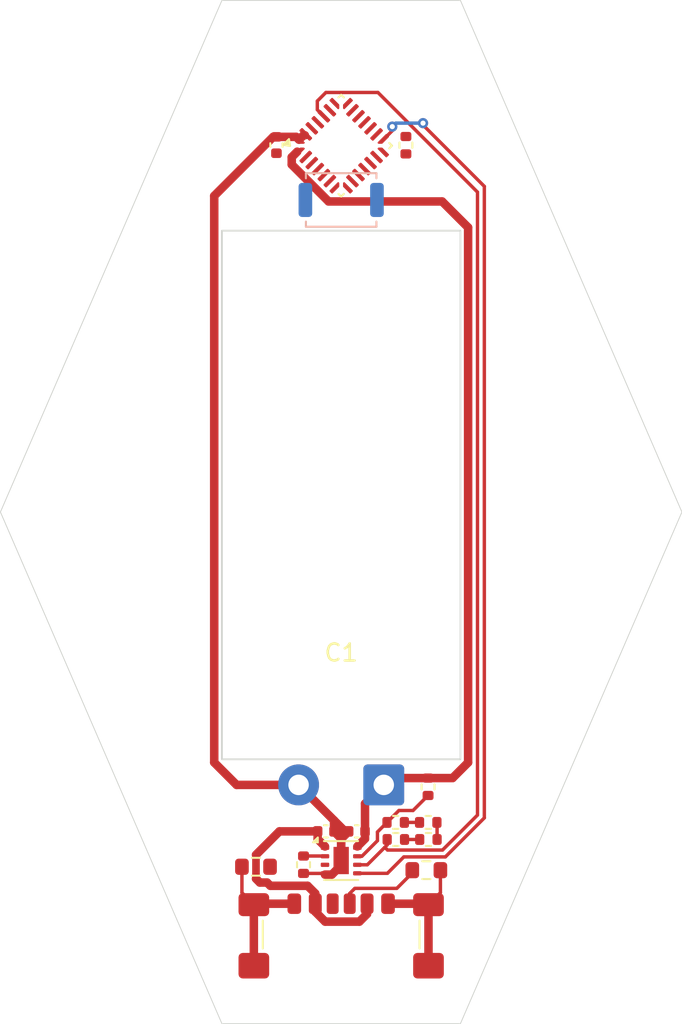
<source format=kicad_pcb>
(kicad_pcb (version 20241229) (generator "pcbnew") (generator_version "9.0")
  (layers (0 "F.Cu" signal) (2 "B.Cu" signal) (13 "F.Paste" user) (15 "B.Paste" user) (5 "F.SilkS" user "F.Silkscreen") (7 "B.SilkS" user "B.Silkscreen") (1 "F.Mask" user) (3 "B.Mask" user) (25 "Edge.Cuts" user))
  (net 0 "")
  (net 1 "GND")
  (net 2 "VCC")
  (net 3 "Net-(J2-CC1)")
  (net 4 "VBUS")
  (net 5 "Net-(J2-CC2)")
  (net 6 "ISET")
  (net 7 "FB")
  (net 8 "Net-(R5-Pad2)")
  (net 9 "Net-(R6-Pad2)")
  (net 10 "Net-(R7-Pad2)")
  (net 11 "PG")
  (net 12 "STAT")
  (net 13 "Net-(U2-PB7)")
  (net 15 "A4")
  (net 17 "A10")
  (net 18 "A8")
  (net 19 "A9")
  (net 20 "A5")
  (net 21 "A2")
  (net 22 "A1")
  (net 23 "A7")
  (net 25 "SWCLK")
  (net 26 "A3")
  (net 27 "NRST")
  (net 28 "SWDIO")
  (net 29 "A6")
  (net 30 "A12")
  (net 32 "A11")
  (footprint "Package_DFN_QFN:QFN-28_4x4mm_P0.5mm" (layer "F.Cu") (at 0 -21.4825 45)
    (property "Reference" "U2" (hide yes))
    (property "Value" "STM32L031G6Ux" (hide yes))
    (fp_line (start 1.885 -2.11) (end 2.11 -2.11) (stroke (width 0.12)) (layer "F.SilkS"))
    (fp_line (start 2.11 -2.11) (end 2.11 -1.885) (stroke (width 0.12)) (layer "F.SilkS"))
    (fp_line (start -2.11 2.11) (end -2.11 1.885) (stroke (width 0.12)) (layer "F.SilkS"))
    (fp_line (start -1.885 2.11) (end -2.11 2.11) (stroke (width 0.12)) (layer "F.SilkS"))
    (fp_line (start 1.885 2.11) (end 2.11 2.11) (stroke (width 0.12)) (layer "F.SilkS"))
    (fp_line (start 2.11 2.11) (end 2.11 1.885) (stroke (width 0.12)) (layer "F.SilkS"))
    (fp_poly (pts (xy -2.13 -2.11) (xy -2.370001 -2.44) (xy -1.89 -2.44)) (stroke (width 0.12)) (fill yes) (layer "F.SilkS"))
    (pad "1" smd custom (at -1.9975 -1.5 45) (size 0.136863 0.136863) (layers "F.Cu" "F.Mask" "F.Paste") (net 2 "VCC") (options (clearance outline) (anchor circle)) (primitives (gr_poly (pts (xy -0.3325 -0.08) (xy 0.19886 -0.08) (xy 0.3325 0.05364) (xy 0.3325 0.08) (xy -0.3325 0.08)) (width 0.09) (fill yes))))
    (pad "2" smd roundrect (at -1.9375 -1 45) (size 0.875 0.25) (layers "F.Cu" "F.Mask" "F.Paste"))
    (pad "3" smd roundrect (at -1.9375 -0.5 45) (size 0.875 0.25) (layers "F.Cu" "F.Mask" "F.Paste"))
    (pad "4" smd roundrect (at -1.937499 0 45) (size 0.875 0.25) (layers "F.Cu" "F.Mask" "F.Paste") (net 27 "NRST"))
    (pad "5" smd roundrect (at -1.9375 0.5 45) (size 0.875 0.25) (layers "F.Cu" "F.Mask" "F.Paste") (net 2 "VCC"))
    (pad "6" smd roundrect (at -1.9375 1 45) (size 0.875 0.25) (layers "F.Cu" "F.Mask" "F.Paste") (net 30 "A12"))
    (pad "7" smd custom (at -1.9975 1.5 45) (size 0.136863 0.136863) (layers "F.Cu" "F.Mask" "F.Paste") (net 32 "A11") (options (clearance outline) (anchor circle)) (primitives (gr_poly (pts (xy -0.3325 -0.08) (xy 0.3325 -0.08) (xy 0.3325 -0.05364) (xy 0.19886 0.08) (xy -0.3325 0.08)) (width 0.09) (fill yes))))
    (pad "8" smd custom (at -1.5 1.9975 45) (size 0.136863 0.136863) (layers "F.Cu" "F.Mask" "F.Paste") (net 17 "A10") (options (clearance outline) (anchor circle)) (primitives (gr_poly (pts (xy -0.08 -0.19886) (xy 0.05364 -0.3325) (xy 0.08 -0.3325) (xy 0.08 0.3325) (xy -0.08 0.3325)) (width 0.09) (fill yes))))
    (pad "9" smd roundrect (at -1 1.9375 45) (size 0.25 0.875) (layers "F.Cu" "F.Mask" "F.Paste") (net 19 "A9"))
    (pad "10" smd roundrect (at -0.5 1.9375 45) (size 0.25 0.875) (layers "F.Cu" "F.Mask" "F.Paste") (net 18 "A8"))
    (pad "11" smd roundrect (at 0 1.937499 45) (size 0.25 0.875) (layers "F.Cu" "F.Mask" "F.Paste") (net 23 "A7"))
    (pad "12" smd roundrect (at 0.5 1.9375 45) (size 0.25 0.875) (layers "F.Cu" "F.Mask" "F.Paste") (net 29 "A6"))
    (pad "13" smd roundrect (at 1 1.9375 45) (size 0.25 0.875) (layers "F.Cu" "F.Mask" "F.Paste") (net 20 "A5"))
    (pad "14" smd custom (at 1.5 1.9975 45) (size 0.136863 0.136863) (layers "F.Cu" "F.Mask" "F.Paste") (options (clearance outline) (anchor circle)) (primitives (gr_poly (pts (xy -0.08 -0.3325) (xy -0.05364 -0.3325) (xy 0.08 -0.19886) (xy 0.08 0.3325) (xy -0.08 0.3325)) (width 0.09) (fill yes))))
    (pad "15" smd custom (at 1.9975 1.5 45) (size 0.136863 0.136863) (layers "F.Cu" "F.Mask" "F.Paste") (net 12 "STAT") (options (clearance outline) (anchor circle)) (primitives (gr_poly (pts (xy -0.3325 -0.08) (xy 0.3325 -0.08) (xy 0.3325 0.08) (xy -0.19886 0.08) (xy -0.3325 -0.05364)) (width 0.09) (fill yes))))
    (pad "16" smd roundrect (at 1.9375 1 45) (size 0.875 0.25) (layers "F.Cu" "F.Mask" "F.Paste") (net 1 "GND"))
    (pad "17" smd roundrect (at 1.9375 0.5 45) (size 0.875 0.25) (layers "F.Cu" "F.Mask" "F.Paste") (net 2 "VCC"))
    (pad "18" smd roundrect (at 1.937499 0 45) (size 0.875 0.25) (layers "F.Cu" "F.Mask" "F.Paste") (net 15 "A4"))
    (pad "19" smd roundrect (at 1.9375 -0.5 45) (size 0.875 0.25) (layers "F.Cu" "F.Mask" "F.Paste") (net 26 "A3"))
    (pad "20" smd roundrect (at 1.9375 -1 45) (size 0.875 0.25) (layers "F.Cu" "F.Mask" "F.Paste") (net 21 "A2"))
    (pad "21" smd custom (at 1.9975 -1.5 45) (size 0.136863 0.136863) (layers "F.Cu" "F.Mask" "F.Paste") (net 28 "SWDIO") (options (clearance outline) (anchor circle)) (primitives (gr_poly (pts (xy -0.3325 0.05364) (xy -0.19886 -0.08) (xy 0.3325 -0.08) (xy 0.3325 0.08) (xy -0.3325 0.08)) (width 0.09) (fill yes))))
    (pad "22" smd custom (at 1.5 -1.9975 45) (size 0.136863 0.136863) (layers "F.Cu" "F.Mask" "F.Paste") (net 25 "SWCLK") (options (clearance outline) (anchor circle)) (primitives (gr_poly (pts (xy -0.08 -0.3325) (xy 0.08 -0.3325) (xy 0.08 0.19886) (xy -0.05364 0.3325) (xy -0.08 0.3325)) (width 0.09) (fill yes))))
    (pad "23" smd roundrect (at 1 -1.9375 45) (size 0.25 0.875) (layers "F.Cu" "F.Mask" "F.Paste") (net 22 "A1"))
    (pad "24" smd roundrect (at 0.5 -1.9375 45) (size 0.25 0.875) (layers "F.Cu" "F.Mask" "F.Paste") (net 11 "PG"))
    (pad "25" smd roundrect (at 0 -1.937499 45) (size 0.25 0.875) (layers "F.Cu" "F.Mask" "F.Paste") (net 27 "NRST"))
    (pad "26" smd roundrect (at -0.5 -1.9375 45) (size 0.25 0.875) (layers "F.Cu" "F.Mask" "F.Paste") (net 13 "Net-(U2-PB7)"))
    (pad "27" smd roundrect (at -1 -1.9375 45) (size 0.25 0.875) (layers "F.Cu" "F.Mask" "F.Paste") (net 1 "GND"))
    (pad "28" smd custom (at -1.5 -1.9975 45) (size 0.136863 0.136863) (layers "F.Cu" "F.Mask" "F.Paste") (net 1 "GND") (options (clearance outline) (anchor circle)) (primitives (gr_poly (pts (xy -0.08 -0.3325) (xy 0.08 -0.3325) (xy 0.08 0.3325) (xy 0.05364 0.3325) (xy -0.08 0.19886)) (width 0.09) (fill yes))))
  )
  (footprint "Package_SON:WSON-8-1EP_2x2mm_P0.5mm_EP0.9x1.6mm" (layer "F.Cu") (at 0 20.435)
    (property "Reference" "U1" (hide yes))
    (property "Value" "BQ25173DSG" (hide yes))
    (fp_line (start -1.01 -1.14) (end 0.99 -1.14) (stroke (width 0.12)) (layer "F.SilkS"))
    (fp_line (start -1 1.14) (end 1 1.14) (stroke (width 0.12)) (layer "F.SilkS"))
    (fp_poly (pts (xy -1.37 -1.07) (xy -1.65 -1.07) (xy -1.37 -1.35) (xy -1.37 -1.07)) (stroke (width 0.12)) (fill yes) (layer "F.SilkS"))
    (pad "1" smd roundrect (at -0.95 -0.75) (size 0.5 0.25) (layers "F.Cu" "F.Mask" "F.Paste") (net 4 "VBUS"))
    (pad "2" smd roundrect (at -0.95 -0.25) (size 0.5 0.25) (layers "F.Cu" "F.Mask" "F.Paste") (net 6 "ISET"))
    (pad "3" smd roundrect (at -0.95 0.25) (size 0.5 0.25) (layers "F.Cu" "F.Mask" "F.Paste"))
    (pad "4" smd roundrect (at -0.95 0.75) (size 0.5 0.25) (layers "F.Cu" "F.Mask" "F.Paste") (net 1 "GND"))
    (pad "5" smd roundrect (at 0.95 0.75) (size 0.5 0.25) (layers "F.Cu" "F.Mask" "F.Paste") (net 12 "STAT"))
    (pad "6" smd roundrect (at 0.95 0.25) (size 0.5 0.25) (layers "F.Cu" "F.Mask" "F.Paste") (net 11 "PG"))
    (pad "7" smd roundrect (at 0.95 -0.25) (size 0.5 0.25) (layers "F.Cu" "F.Mask" "F.Paste") (net 7 "FB"))
    (pad "8" smd roundrect (at 0.95 -0.75) (size 0.5 0.25) (layers "F.Cu" "F.Mask" "F.Paste") (net 2 "VCC"))
    (pad "9" smd rect (at 0 0) (size 0.9 1.6) (layers "F.Cu" "F.Mask") (net 1 "GND"))
  )
  (footprint "Capacitor_SMD:C_0402_1005Metric" (layer "F.Cu") (at -3.8 -21.52 90)
    (property "Reference" "C2" (hide yes))
    (property "Value" "10uF" (hide yes))
    (fp_line (start -0.107836 -0.36) (end 0.107836 -0.36) (stroke (width 0.12)) (layer "F.SilkS"))
    (fp_line (start -0.107836 0.36) (end 0.107836 0.36) (stroke (width 0.12)) (layer "F.SilkS"))
    (pad "1" smd roundrect (at -0.48 0 90) (size 0.56 0.62) (layers "F.Cu" "F.Mask" "F.Paste") (net 2 "VCC"))
    (pad "2" smd roundrect (at 0.48 0 90) (size 0.56 0.62) (layers "F.Cu" "F.Mask" "F.Paste") (net 1 "GND"))
  )
  (footprint "Capacitor_SMD:C_0402_1005Metric" (layer "F.Cu") (at -0.9 18.725)
    (property "Reference" "C3" (hide yes))
    (property "Value" "4.7uF" (hide yes))
    (fp_line (start -0.107836 -0.36) (end 0.107836 -0.36) (stroke (width 0.12)) (layer "F.SilkS"))
    (fp_line (start -0.107836 0.36) (end 0.107836 0.36) (stroke (width 0.12)) (layer "F.SilkS"))
    (pad "1" smd roundrect (at -0.48 0) (size 0.56 0.62) (layers "F.Cu" "F.Mask" "F.Paste") (net 4 "VBUS"))
    (pad "2" smd roundrect (at 0.48 0) (size 0.56 0.62) (layers "F.Cu" "F.Mask" "F.Paste") (net 1 "GND"))
  )
  (footprint "Resistor_SMD:R_0603_1608Metric" (layer "F.Cu") (at 5 21 180)
    (property "Reference" "R2" (hide yes))
    (property "Value" "5.1k" (hide yes))
    (fp_line (start -0.237258 0.5225) (end 0.237258 0.5225) (stroke (width 0.12)) (layer "F.SilkS"))
    (fp_line (start -0.237258 -0.5225) (end 0.237258 -0.5225) (stroke (width 0.12)) (layer "F.SilkS"))
    (pad "1" smd roundrect (at -0.825 0 180) (size 0.8 0.95) (layers "F.Cu" "F.Mask" "F.Paste") (net 1 "GND"))
    (pad "2" smd roundrect (at 0.825 0 180) (size 0.8 0.95) (layers "F.Cu" "F.Mask" "F.Paste") (net 5 "Net-(J2-CC2)"))
  )
  (footprint "Resistor_SMD:R_0603_1608Metric" (layer "F.Cu") (at -5 20.8)
    (property "Reference" "R1" (hide yes))
    (property "Value" "5.1k" (hide yes))
    (fp_line (start -0.237258 -0.5225) (end 0.237258 -0.5225) (stroke (width 0.12)) (layer "F.SilkS"))
    (fp_line (start -0.237258 0.5225) (end 0.237258 0.5225) (stroke (width 0.12)) (layer "F.SilkS"))
    (pad "1" smd roundrect (at -0.825 0) (size 0.8 0.95) (layers "F.Cu" "F.Mask" "F.Paste") (net 1 "GND"))
    (pad "2" smd roundrect (at 0.825 0) (size 0.8 0.95) (layers "F.Cu" "F.Mask" "F.Paste") (net 3 "Net-(J2-CC1)"))
  )
  (footprint "Resistor_SMD:R_0402_1005Metric" (layer "F.Cu") (at 5.11 18.2)
    (property "Reference" "R6" (hide yes))
    (property "Value" "200" (hide yes))
    (fp_line (start -0.153641 -0.38) (end 0.153641 -0.38) (stroke (width 0.12)) (layer "F.SilkS"))
    (fp_line (start -0.153641 0.38) (end 0.153641 0.38) (stroke (width 0.12)) (layer "F.SilkS"))
    (pad "1" smd roundrect (at -0.51 0) (size 0.54 0.64) (layers "F.Cu" "F.Mask" "F.Paste") (net 8 "Net-(R5-Pad2)"))
    (pad "2" smd roundrect (at 0.51 0) (size 0.54 0.64) (layers "F.Cu" "F.Mask" "F.Paste") (net 9 "Net-(R6-Pad2)"))
  )
  (footprint "Resistor_SMD:R_0402_1005Metric" (layer "F.Cu") (at 3.21 19.2 180)
    (property "Reference" "R8" (hide yes))
    (property "Value" "200" (hide yes))
    (fp_line (start -0.153641 0.38) (end 0.153641 0.38) (stroke (width 0.12)) (layer "F.SilkS"))
    (fp_line (start -0.153641 -0.38) (end 0.153641 -0.38) (stroke (width 0.12)) (layer "F.SilkS"))
    (pad "1" smd roundrect (at -0.51 0 180) (size 0.54 0.64) (layers "F.Cu" "F.Mask" "F.Paste") (net 10 "Net-(R7-Pad2)"))
    (pad "2" smd roundrect (at 0.51 0 180) (size 0.54 0.64) (layers "F.Cu" "F.Mask" "F.Paste") (net 11 "PG"))
  )
  (footprint "Resistor_SMD:R_0402_1005Metric" (layer "F.Cu") (at 3.8 -21.51 -90)
    (property "Reference" "R9" (hide yes))
    (property "Value" "10k" (hide yes))
    (fp_line (start -0.153641 0.38) (end 0.153641 0.38) (stroke (width 0.12)) (layer "F.SilkS"))
    (fp_line (start -0.153641 -0.38) (end 0.153641 -0.38) (stroke (width 0.12)) (layer "F.SilkS"))
    (pad "1" smd roundrect (at -0.51 0 270) (size 0.54 0.64) (layers "F.Cu" "F.Mask" "F.Paste") (net 12 "STAT"))
    (pad "2" smd roundrect (at 0.51 0 270) (size 0.54 0.64) (layers "F.Cu" "F.Mask" "F.Paste") (net 2 "VCC"))
  )
  (footprint "Resistor_SMD:R_0402_1005Metric" (layer "F.Cu") (at -2.21 20.68 -90)
    (property "Reference" "R3" (hide yes))
    (property "Value" "375" (hide yes))
    (fp_line (start -0.153641 0.38) (end 0.153641 0.38) (stroke (width 0.12)) (layer "F.SilkS"))
    (fp_line (start -0.153641 -0.38) (end 0.153641 -0.38) (stroke (width 0.12)) (layer "F.SilkS"))
    (pad "1" smd roundrect (at -0.51 0 270) (size 0.54 0.64) (layers "F.Cu" "F.Mask" "F.Paste") (net 6 "ISET"))
    (pad "2" smd roundrect (at 0.51 0 270) (size 0.54 0.64) (layers "F.Cu" "F.Mask" "F.Paste") (net 1 "GND"))
  )
  (footprint "Capacitor_SMD:C_0402_1005Metric" (layer "F.Cu") (at 0.92 18.725 180)
    (property "Reference" "C4" (hide yes))
    (property "Value" "4.7uF" (hide yes))
    (fp_line (start -0.107836 0.36) (end 0.107836 0.36) (stroke (width 0.12)) (layer "F.SilkS"))
    (fp_line (start -0.107836 -0.36) (end 0.107836 -0.36) (stroke (width 0.12)) (layer "F.SilkS"))
    (pad "1" smd roundrect (at -0.48 0 180) (size 0.56 0.62) (layers "F.Cu" "F.Mask" "F.Paste") (net 2 "VCC"))
    (pad "2" smd roundrect (at 0.48 0 180) (size 0.56 0.62) (layers "F.Cu" "F.Mask" "F.Paste") (net 1 "GND"))
  )
  (footprint "Custom:CP_Radial_D13.0mm_P7.50mm_350F" (layer "F.Cu") (at 0 16)
    (property "Reference" "C1" (at 0 -7.75 0) (layer "F.SilkS"))
    (property "Value" "350F")
    (fp_rect (start -7 -32.5) (end 7 -1.5) (stroke (width 0.1)) (fill no) (layer "Edge.Cuts"))
    (pad "1" thru_hole roundrect (at 2.5 0) (size 2.4 2.4) (drill 1.2) (layers "*.Cu" "*.Mask") (roundrect_rratio 0.104167) (net 2 "VCC"))
    (pad "2" thru_hole circle (at -2.5 0) (size 2.4 2.4) (drill 1.2) (layers "*.Cu" "*.Mask") (net 1 "GND"))
  )
  (footprint "Resistor_SMD:R_0402_1005Metric" (layer "F.Cu") (at 5.1 16.11 -90)
    (property "Reference" "R4" (hide yes))
    (property "Value" "200" (hide yes))
    (fp_line (start -0.153641 0.38) (end 0.153641 0.38) (stroke (width 0.12)) (layer "F.SilkS"))
    (fp_line (start -0.153641 -0.38) (end 0.153641 -0.38) (stroke (width 0.12)) (layer "F.SilkS"))
    (pad "1" smd roundrect (at -0.51 0 270) (size 0.54 0.64) (layers "F.Cu" "F.Mask" "F.Paste") (net 2 "VCC"))
    (pad "2" smd roundrect (at 0.51 0 270) (size 0.54 0.64) (layers "F.Cu" "F.Mask" "F.Paste") (net 7 "FB"))
  )
  (footprint "Resistor_SMD:R_0402_1005Metric" (layer "F.Cu") (at 3.2 18.2)
    (property "Reference" "R5" (hide yes))
    (property "Value" "200" (hide yes))
    (fp_line (start -0.153641 -0.38) (end 0.153641 -0.38) (stroke (width 0.12)) (layer "F.SilkS"))
    (fp_line (start -0.153641 0.38) (end 0.153641 0.38) (stroke (width 0.12)) (layer "F.SilkS"))
    (pad "1" smd roundrect (at -0.51 0) (size 0.54 0.64) (layers "F.Cu" "F.Mask" "F.Paste") (net 7 "FB"))
    (pad "2" smd roundrect (at 0.51 0) (size 0.54 0.64) (layers "F.Cu" "F.Mask" "F.Paste") (net 8 "Net-(R5-Pad2)"))
  )
  (footprint "Connector_USB:USB_C_Receptacle_GCT_USB4135-GF-A_6P_TopMnt_Horizontal" (layer "F.Cu") (at 0 26)
    (property "Reference" "J2" (hide yes))
    (property "Value" "USB_C_Receptacle_PowerOnly_6P" (hide yes))
    (fp_line (start -4.6 -2.04) (end -4.6 -0.41) (stroke (width 0.12)) (layer "F.SilkS"))
    (fp_line (start 4.6 -2.04) (end 4.6 -0.41) (stroke (width 0.12)) (layer "F.SilkS"))
    (pad "A5" smd roundrect (at -0.5 -3.0325) (size 0.7 1.2) (layers "F.Cu" "F.Mask" "F.Paste") (net 3 "Net-(J2-CC1)"))
    (pad "A9" smd roundrect (at 1.52 -3.0325 180) (size 0.76 1.2) (layers "F.Cu" "F.Mask" "F.Paste") (net 4 "VBUS"))
    (pad "A12" smd roundrect (at 2.75 -3.0325 180) (size 0.8 1.2) (layers "F.Cu" "F.Mask" "F.Paste") (net 1 "GND"))
    (pad "B5" smd roundrect (at 0.5 -3.0325 180) (size 0.7 1.2) (layers "F.Cu" "F.Mask" "F.Paste") (net 5 "Net-(J2-CC2)"))
    (pad "B9" smd roundrect (at -1.52 -3.0325) (size 0.76 1.2) (layers "F.Cu" "F.Mask" "F.Paste") (net 4 "VBUS"))
    (pad "B12" smd roundrect (at -2.75 -3.0325) (size 0.8 1.2) (layers "F.Cu" "F.Mask" "F.Paste") (net 1 "GND"))
    (pad "S1" smd roundrect (at -5.125 -2.9775) (size 1.8 1.35) (layers "F.Cu" "F.Mask" "F.Paste") (roundrect_rratio 0.1851851852) (net 1 "GND"))
    (pad "S1" smd roundrect (at -5.125 0.6025) (size 1.8 1.5) (layers "F.Cu" "F.Mask" "F.Paste") (roundrect_rratio 0.1666666667) (net 1 "GND"))
    (pad "S1" smd roundrect (at 5.125 -2.9775) (size 1.8 1.35) (layers "F.Cu" "F.Mask" "F.Paste") (roundrect_rratio 0.1851851852) (net 1 "GND"))
    (pad "S1" smd roundrect (at 5.125 0.6025) (size 1.8 1.5) (layers "F.Cu" "F.Mask" "F.Paste") (roundrect_rratio 0.1666666667) (net 1 "GND"))
  )
  (footprint "Resistor_SMD:R_0402_1005Metric" (layer "F.Cu") (at 5.12 19.2 180)
    (property "Reference" "R7" (hide yes))
    (property "Value" "200" (hide yes))
    (fp_line (start -0.153641 0.38) (end 0.153641 0.38) (stroke (width 0.12)) (layer "F.SilkS"))
    (fp_line (start -0.153641 -0.38) (end 0.153641 -0.38) (stroke (width 0.12)) (layer "F.SilkS"))
    (pad "1" smd roundrect (at -0.51 0 180) (size 0.54 0.64) (layers "F.Cu" "F.Mask" "F.Paste") (net 9 "Net-(R6-Pad2)"))
    (pad "2" smd roundrect (at 0.51 0 180) (size 0.54 0.64) (layers "F.Cu" "F.Mask" "F.Paste") (net 10 "Net-(R7-Pad2)"))
  )
  (footprint "Button_Switch_SMD:SW_Push_SPST_NO_Alps_SKRK" (layer "B.Cu") (at 0 -18.3 180)
    (property "Reference" "SW1" (hide yes))
    (property "Value" "SW_Push" (hide yes))
    (fp_line (start 2.07 1.57) (end 2.07 1.27) (stroke (width 0.12)) (layer "B.SilkS"))
    (fp_line (start 2.07 -1.27) (end 2.07 -1.57) (stroke (width 0.12)) (layer "B.SilkS"))
    (fp_line (start 2.07 -1.57) (end -2.07 -1.57) (stroke (width 0.12)) (layer "B.SilkS"))
    (fp_line (start -2.07 1.57) (end 2.07 1.57) (stroke (width 0.12)) (layer "B.SilkS"))
    (fp_line (start -2.07 1.27) (end -2.07 1.57) (stroke (width 0.12)) (layer "B.SilkS"))
    (fp_line (start -2.07 -1.57) (end -2.07 -1.27) (stroke (width 0.12)) (layer "B.SilkS"))
    (pad "1" smd roundrect (at -2.1 0 180) (size 0.8 2) (layers "B.Cu" "B.Mask" "B.Paste") (net 1 "GND"))
    (pad "2" smd roundrect (at 2.1 0 180) (size 0.8 2) (layers "B.Cu" "B.Mask" "B.Paste") (net 13 "Net-(U2-PB7)"))
  )
  (gr_line (start -5 21.5) (end -5 20.1) (stroke (width 0.45)) (layer "F.Cu") (net 4))
  (gr_poly (pts (xy -7 30) (xy 7 30) (xy 20 0) (xy 7 -30) (xy -7 -30) (xy -20 0)) (stroke (width 0.05)) (fill no) (layer "Edge.Cuts"))
  (segment (start 5.07 22.9675) (end 5.125 23.0225) (width 0.5) (layer "F.Cu") (net 1))
  (segment (start -0.54807 21.261) (end -0.95 21.261) (width 0.5) (layer "F.Cu") (net 1))
  (segment (start 0 19.165) (end 0.44 18.725) (width 0.5) (layer "F.Cu") (net 1))
  (segment (start -2.75 22.9675) (end -5.07 22.9675) (width 0.5) (layer "F.Cu") (net 1))
  (segment (start -0.42 18.08) (end -0.42 18.725) (width 0.5) (layer "F.Cu") (net 1))
  (segment (start 5.825 22.3225) (end 5.125 23.0225) (width 0.2) (layer "F.Cu") (net 1))
  (segment (start 0 20.71293) (end -0.54807 21.261) (width 0.5) (layer "F.Cu") (net 1))
  (segment (start 0.44 18.725) (end -0.42 18.725) (width 0.5) (layer "F.Cu") (net 1))
  (segment (start 0 20.435) (end 0 19.145) (width 0.5) (layer "F.Cu") (net 1))
  (segment (start -5.125 26.6025) (end -5.125 23.0225) (width 0.5) (layer "F.Cu") (net 1))
  (segment (start 5.825 21) (end 5.825 22.3225) (width 0.2) (layer "F.Cu") (net 1))
  (segment (start -5.825 22.3225) (end -5.125 23.0225) (width 0.2) (layer "F.Cu") (net 1))
  (segment (start -2.21 21.19) (end -0.955 21.19) (width 0.2) (layer "F.Cu") (net 1))
  (segment (start -3.8 -22) (end -2.63882 -22) (width 0.5) (layer "F.Cu") (net 1))
  (segment (start -2.5 16) (end -0.42 18.08) (width 0.5) (layer "F.Cu") (net 1))
  (segment (start 0 19.145) (end -0.42 18.725) (width 0.5) (layer "F.Cu") (net 1))
  (segment (start 5.125 26.6025) (end 5.125 23.0225) (width 0.5) (layer "F.Cu") (net 1))
  (segment (start 2.75 22.9675) (end 5.07 22.9675) (width 0.5) (layer "F.Cu") (net 1))
  (segment (start -2.215719 -22.091673) (end -2.130866 -22.091673) (width 0.5) (layer "F.Cu") (net 1))
  (segment (start 0.225 18.725) (end -0.42 18.08) (width 0.5) (layer "F.Cu") (net 1))
  (segment (start -7.451 14.68681) (end -7.451 -18.538682) (width 0.5) (layer "F.Cu") (net 1))
  (segment (start -6.13781 16) (end -7.451 14.68681) (width 0.5) (layer "F.Cu") (net 1))
  (segment (start 0.44 18.725) (end 0.225 18.725) (width 0.5) (layer "F.Cu") (net 1))
  (segment (start -0.955 21.19) (end -0.95 21.185) (width 0.2) (layer "F.Cu") (net 1))
  (segment (start -2.473106 -21.834286) (end -2.215719 -22.091673) (width 0.5) (layer "F.Cu") (net 1))
  (segment (start -2.5 16) (end -6.13781 16) (width 0.5) (layer "F.Cu") (net 1))
  (segment (start -7.451 -18.538682) (end -3.989682 -22) (width 0.5) (layer "F.Cu") (net 1))
  (segment (start -2.63882 -22) (end -2.473106 -21.834286) (width 0.5) (layer "F.Cu") (net 1))
  (segment (start -5.07 22.9675) (end -5.125 23.0225) (width 0.5) (layer "F.Cu") (net 1))
  (segment (start 0 20.435) (end 0 20.71293) (width 0.5) (layer "F.Cu") (net 1))
  (segment (start 0 20.435) (end 0 19.165) (width 0.5) (layer "F.Cu") (net 1))
  (segment (start -3.989682 -22) (end -3.8 -22) (width 0.5) (layer "F.Cu") (net 1))
  (segment (start -5.825 20.99) (end -5.825 22.3225) (width 0.2) (layer "F.Cu") (net 1))
  (segment (start 2.5 16) (end 2.9 15.6) (width 0.5) (layer "F.Cu") (net 2))
  (segment (start 1.4 17.1) (end 1.4 18.725) (width 0.5) (layer "F.Cu") (net 2))
  (segment (start 7.451 14.68681) (end 7.451 -16.68681) (width 0.5) (layer "F.Cu") (net 2))
  (segment (start 2.9 15.6) (end 5.1 15.6) (width 0.5) (layer "F.Cu") (net 2))
  (segment (start 2.5 16) (end 1.4 17.1) (width 0.5) (layer "F.Cu") (net 2))
  (segment (start -2.90121 -20.810089) (end -2.580196 -21.131103) (width 0.5) (layer "F.Cu") (net 2))
  (segment (start 5.925716 -18.212094) (end -0.740306 -18.212094) (width 0.5) (layer "F.Cu") (net 2))
  (segment (start 6.53781 15.6) (end 7.451 14.68681) (width 0.5) (layer "F.Cu") (net 2))
  (segment (start 7.451 -16.68681) (end 5.925716 -18.212094) (width 0.5) (layer "F.Cu") (net 2))
  (segment (start -0.740306 -18.212094) (end -2.90121 -20.372998) (width 0.5) (layer "F.Cu") (net 2))
  (segment (start -2.90121 -20.372998) (end -2.90121 -20.810089) (width 0.5) (layer "F.Cu") (net 2))
  (segment (start 1.4 19.159) (end 0.95 19.609) (width 0.5) (layer "F.Cu") (net 2))
  (segment (start 5.1 15.6) (end 6.53781 15.6) (width 0.5) (layer "F.Cu") (net 2))
  (segment (start 1.4 18.725) (end 1.4 19.159) (width 0.5) (layer "F.Cu") (net 2))
  (segment (start -0.5 22.687858) (end -0.5 22.9675) (width 0.2) (layer "F.Cu") (net 3))
  (segment (start -1.38 18.725) (end -3.625 18.725) (width 0.5) (layer "F.Cu") (net 4))
  (segment (start -1.52 22.9675) (end -1.52 23.437646) (width 0.5) (layer "F.Cu") (net 4))
  (segment (start 1.069 24.0185) (end 1.52 23.5675) (width 0.5) (layer "F.Cu") (net 4))
  (segment (start 1.52 23.5675) (end 1.52 22.9675) (width 0.5) (layer "F.Cu") (net 4))
  (segment (start -5 21.5) (end -4.774 21.726) (width 0.5) (layer "F.Cu") (net 4))
  (segment (start -1.38 19.179) (end -0.95 19.609) (width 0.5) (layer "F.Cu") (net 4))
  (segment (start -4.348208 21.726) (end -4.774 21.726) (width 0.5) (layer "F.Cu") (net 4))
  (segment (start -1.971 21.9165) (end -4.157708 21.9165) (width 0.5) (layer "F.Cu") (net 4))
  (segment (start -1.52 22.9675) (end -1.52 22.3675) (width 0.5) (layer "F.Cu") (net 4))
  (segment (start -3.625 18.725) (end -5 20.1) (width 0.5) (layer "F.Cu") (net 4))
  (segment (start -1.38 18.725) (end -1.38 19.179) (width 0.5) (layer "F.Cu") (net 4))
  (segment (start -1.52 23.437646) (end -0.939146 24.0185) (width 0.5) (layer "F.Cu") (net 4))
  (segment (start -1.52 22.3675) (end -1.971 21.9165) (width 0.5) (layer "F.Cu") (net 4))
  (segment (start -4.157708 21.9165) (end -4.348208 21.726) (width 0.5) (layer "F.Cu") (net 4))
  (segment (start -0.939146 24.0185) (end 1.069 24.0185) (width 0.5) (layer "F.Cu") (net 4))
  (segment (start 0.801 22.0665) (end 3.2665 22.0665) (width 0.2) (layer "F.Cu") (net 5))
  (segment (start 4.175 21.158) (end 3.2665 22.0665) (width 0.2) (layer "F.Cu") (net 5))
  (segment (start 0.5 22.9675) (end 0.5 22.3675) (width 0.2) (layer "F.Cu") (net 5))
  (segment (start 4.175 21) (end 4.175 21.158) (width 0.2) (layer "F.Cu") (net 5))
  (segment (start 0.5 22.3675) (end 0.801 22.0665) (width 0.2) (layer "F.Cu") (net 5))
  (segment (start -2.21 20.17) (end -0.965 20.17) (width 0.2) (layer "F.Cu") (net 6))
  (segment (start -0.965 20.17) (end -0.95 20.185) (width 0.2) (layer "F.Cu") (net 6))
  (segment (start 0.95 20.185) (end 1.215798 20.185) (width 0.2) (layer "F.Cu") (net 7))
  (segment (start 3.389 17.501) (end 4.219 17.501) (width 0.2) (layer "F.Cu") (net 7))
  (segment (start 2.129 18.761) (end 2.69 18.2) (width 0.2) (layer "F.Cu") (net 7))
  (segment (start 4.219 17.501) (end 5.1 16.62) (width 0.2) (layer "F.Cu") (net 7))
  (segment (start 2.129 19.271798) (end 2.129 18.761) (width 0.2) (layer "F.Cu") (net 7))
  (segment (start 2.69 18.2) (end 3.389 17.501) (width 0.2) (layer "F.Cu") (net 7))
  (segment (start 1.215798 20.185) (end 2.129 19.271798) (width 0.2) (layer "F.Cu") (net 7))
  (segment (start 4.6 18.2) (end 3.71 18.2) (width 0.2) (layer "F.Cu") (net 8))
  (segment (start 5.63 19.2) (end 5.63 18.21) (width 0.2) (layer "F.Cu") (net 9))
  (segment (start 5.63 18.21) (end 5.62 18.2) (width 0.2) (layer "F.Cu") (net 9))
  (segment (start 3.72 19.2) (end 4.61 19.2) (width 0.2) (layer "F.Cu") (net 10))
  (segment (start 8.002 17.76834) (end 8.002 -18.75834) (width 0.2) (layer "F.Cu") (net 11))
  (segment (start 2.559999 19.659999) (end 2.721 19.821) (width 0.2) (layer "F.Cu") (net 11))
  (segment (start -0.897094 -24.602906) (end -1.4 -24.1) (width 0.2) (layer "F.Cu") (net 11))
  (segment (start 5.94934 19.821) (end 8.002 17.76834) (width 0.2) (layer "F.Cu") (net 11))
  (segment (start 2.559999 19.659999) (end 2.7 19.519999) (width 0.2) (layer "F.Cu") (net 11))
  (segment (start 0.95 20.685) (end 1.534999 20.685) (width 0.2) (layer "F.Cu") (net 11))
  (segment (start -1.4 -24.1) (end -1.4 -23.589607) (width 0.2) (layer "F.Cu") (net 11))
  (segment (start 2.157434 -24.602906) (end -0.897094 -24.602906) (width 0.2) (layer "F.Cu") (net 11))
  (segment (start 2.721 19.821) (end 5.94934 19.821) (width 0.2) (layer "F.Cu") (net 11))
  (segment (start 1.534999 20.685) (end 2.559999 19.659999) (width 0.2) (layer "F.Cu") (net 11))
  (segment (start 8.002 -18.75834) (end 2.157434 -24.602906) (width 0.2) (layer "F.Cu") (net 11))
  (segment (start 2.7 19.519999) (end 2.7 19.2) (width 0.2) (layer "F.Cu") (net 11))
  (segment (start -1.4 -23.589607) (end -1.016466 -23.206073) (width 0.2) (layer "F.Cu") (net 11))
  (segment (start 3.678 20.222) (end 6.11544 20.222) (width 0.2) (layer "F.Cu") (net 12))
  (segment (start 3 -22.6) (end 3 -22.36118) (width 0.2) (layer "F.Cu") (net 12))
  (segment (start 0.95 21.185) (end 2.715 21.185) (width 0.2) (layer "F.Cu") (net 12))
  (segment (start 8.403 -19.097) (end 4.9 -22.6) (width 0.2) (layer "F.Cu") (net 12))
  (segment (start 4.9 -22.6) (end 4.804435 -22.695565) (width 0.2) (layer "F.Cu") (net 12))
  (segment (start 2.715 21.185) (end 3.678 20.222) (width 0.2) (layer "F.Cu") (net 12))
  (segment (start 8.403 17.93444) (end 8.403 -19.097) (width 0.2) (layer "F.Cu") (net 12))
  (segment (start 6.11544 20.222) (end 8.403 17.93444) (width 0.2) (layer "F.Cu") (net 12))
  (segment (start 4.804435 -22.695565) (end 4.804435 -22.804435) (width 0.2) (layer "F.Cu") (net 12))
  (segment (start 3 -22.36118) (end 2.473106 -21.834286) (width 0.2) (layer "F.Cu") (net 12))
  (via (at 4.804435 -22.804435) (size 0.6) (drill 0.3) (layers "F.Cu" "B.Cu") (net 12))
  (via (at 3 -22.6) (size 0.6) (drill 0.3) (layers "F.Cu" "B.Cu") (net 12))
  (segment (start 3.204435 -22.804435) (end 3 -22.6) (width 0.2) (layer "B.Cu") (net 12))
  (segment (start 4.804435 -22.804435) (end 3.204435 -22.804435) (width 0.2) (layer "B.Cu") (net 12))
)
</source>
